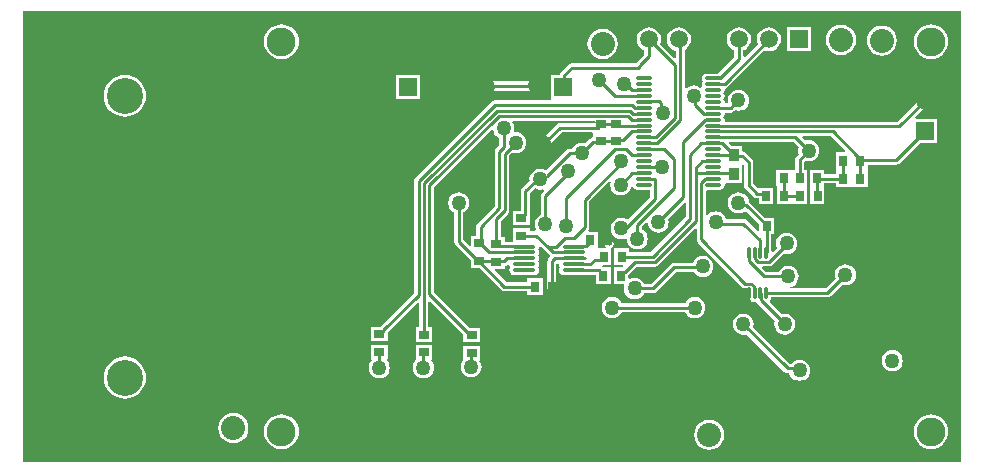
<source format=gbl>
G04*
G04 #@! TF.GenerationSoftware,Altium Limited,Altium Designer,20.1.7 (139)*
G04*
G04 Layer_Physical_Order=2*
G04 Layer_Color=16711680*
%FSLAX23Y23*%
%MOIN*%
G70*
G04*
G04 #@! TF.SameCoordinates,7C998F9C-D2B3-43E1-8EDA-AE96681A2DE1*
G04*
G04*
G04 #@! TF.FilePolarity,Positive*
G04*
G01*
G75*
%ADD15C,0.010*%
%ADD21R,0.035X0.031*%
%ADD22R,0.035X0.028*%
%ADD24R,0.031X0.035*%
%ADD26R,0.028X0.035*%
%ADD28R,0.037X0.039*%
%ADD59R,0.059X0.059*%
%ADD60C,0.059*%
%ADD61C,0.080*%
%ADD62R,0.059X0.059*%
%ADD63C,0.120*%
%ADD64C,0.050*%
%ADD65C,0.096*%
G04:AMPARAMS|DCode=66|XSize=12mil|YSize=39mil|CornerRadius=2mil|HoleSize=0mil|Usage=FLASHONLY|Rotation=0.000|XOffset=0mil|YOffset=0mil|HoleType=Round|Shape=RoundedRectangle|*
%AMROUNDEDRECTD66*
21,1,0.012,0.035,0,0,0.0*
21,1,0.008,0.039,0,0,0.0*
1,1,0.004,0.004,-0.018*
1,1,0.004,-0.004,-0.018*
1,1,0.004,-0.004,0.018*
1,1,0.004,0.004,0.018*
%
%ADD66ROUNDEDRECTD66*%
%ADD67R,0.156X0.156*%
%ADD68O,0.055X0.012*%
%ADD69O,0.079X0.012*%
G36*
X3125D02*
X0D01*
Y1501D01*
X3125D01*
Y0D01*
D02*
G37*
%LPC*%
G36*
X2625Y1448D02*
X2545D01*
Y1368D01*
X2625D01*
Y1448D01*
D02*
G37*
G36*
X2725Y1456D02*
X2712Y1455D01*
X2700Y1450D01*
X2689Y1442D01*
X2681Y1431D01*
X2676Y1419D01*
X2675Y1406D01*
X2676Y1393D01*
X2681Y1381D01*
X2689Y1370D01*
X2700Y1362D01*
X2712Y1357D01*
X2725Y1356D01*
X2738Y1357D01*
X2750Y1362D01*
X2761Y1370D01*
X2769Y1381D01*
X2774Y1393D01*
X2775Y1406D01*
X2774Y1419D01*
X2769Y1431D01*
X2761Y1442D01*
X2750Y1450D01*
X2738Y1455D01*
X2725Y1456D01*
D02*
G37*
G36*
X2861Y1454D02*
X2848Y1453D01*
X2836Y1448D01*
X2825Y1440D01*
X2817Y1429D01*
X2812Y1417D01*
X2811Y1404D01*
X2812Y1391D01*
X2817Y1379D01*
X2825Y1368D01*
X2836Y1360D01*
X2848Y1355D01*
X2861Y1354D01*
X2874Y1355D01*
X2886Y1360D01*
X2897Y1368D01*
X2905Y1379D01*
X2910Y1391D01*
X2911Y1404D01*
X2910Y1417D01*
X2905Y1429D01*
X2897Y1440D01*
X2886Y1448D01*
X2874Y1453D01*
X2861Y1454D01*
D02*
G37*
G36*
X2485Y1448D02*
X2475Y1447D01*
X2465Y1443D01*
X2457Y1436D01*
X2450Y1428D01*
X2446Y1418D01*
X2445Y1408D01*
X2446Y1398D01*
X2448Y1393D01*
X2405Y1350D01*
X2400Y1351D01*
Y1372D01*
X2405Y1373D01*
X2413Y1380D01*
X2420Y1388D01*
X2424Y1398D01*
X2425Y1408D01*
X2424Y1418D01*
X2420Y1428D01*
X2413Y1436D01*
X2405Y1443D01*
X2395Y1447D01*
X2385Y1448D01*
X2375Y1447D01*
X2365Y1443D01*
X2357Y1436D01*
X2350Y1428D01*
X2346Y1418D01*
X2345Y1408D01*
X2346Y1398D01*
X2350Y1388D01*
X2357Y1380D01*
X2365Y1373D01*
X2370Y1372D01*
Y1348D01*
X2316Y1294D01*
X2278D01*
X2271Y1293D01*
X2266Y1289D01*
X2263Y1284D01*
X2261Y1278D01*
X2263Y1272D01*
X2265Y1268D01*
X2263Y1264D01*
X2261Y1258D01*
X2263Y1252D01*
X2263Y1251D01*
X2263Y1251D01*
X2262Y1249D01*
X2256Y1247D01*
X2253Y1250D01*
X2244Y1253D01*
X2235Y1255D01*
X2226Y1253D01*
X2217Y1250D01*
X2210Y1244D01*
X2209Y1245D01*
X2205Y1246D01*
Y1374D01*
X2213Y1380D01*
X2220Y1388D01*
X2224Y1398D01*
X2225Y1408D01*
X2224Y1418D01*
X2220Y1428D01*
X2213Y1436D01*
X2205Y1443D01*
X2195Y1447D01*
X2185Y1448D01*
X2175Y1447D01*
X2165Y1443D01*
X2157Y1436D01*
X2150Y1428D01*
X2146Y1418D01*
X2145Y1408D01*
X2146Y1398D01*
X2150Y1388D01*
X2157Y1380D01*
X2165Y1373D01*
X2175Y1369D01*
X2175Y1369D01*
Y1346D01*
X2170Y1345D01*
X2122Y1393D01*
X2124Y1398D01*
X2125Y1408D01*
X2124Y1418D01*
X2120Y1428D01*
X2113Y1436D01*
X2105Y1443D01*
X2095Y1447D01*
X2085Y1448D01*
X2075Y1447D01*
X2065Y1443D01*
X2057Y1436D01*
X2050Y1428D01*
X2046Y1418D01*
X2045Y1408D01*
X2046Y1398D01*
X2050Y1388D01*
X2057Y1380D01*
X2065Y1373D01*
X2070Y1372D01*
Y1357D01*
X2045Y1333D01*
X2042Y1328D01*
X1827D01*
X1821Y1327D01*
X1816Y1324D01*
X1791Y1299D01*
X1788Y1294D01*
X1787Y1289D01*
X1759D01*
Y1210D01*
X1759D01*
X1757Y1206D01*
X1572D01*
X1566Y1204D01*
X1561Y1201D01*
X1306Y946D01*
X1303Y941D01*
X1302Y935D01*
Y563D01*
X1188Y449D01*
X1158D01*
Y402D01*
X1214D01*
Y432D01*
X1315Y533D01*
X1320Y531D01*
Y448D01*
X1307D01*
Y400D01*
X1363D01*
Y448D01*
X1350D01*
Y534D01*
X1355Y536D01*
X1466Y425D01*
Y399D01*
X1522D01*
Y446D01*
X1488D01*
X1368Y566D01*
Y914D01*
X1562Y1108D01*
X1566Y1106D01*
X1567Y1103D01*
X1570Y1094D01*
X1576Y1087D01*
X1583Y1081D01*
X1586Y1080D01*
Y1056D01*
X1575Y1045D01*
X1572Y1040D01*
X1571Y1034D01*
Y852D01*
X1513Y794D01*
X1510Y789D01*
X1509Y783D01*
Y751D01*
X1491D01*
Y720D01*
X1487Y719D01*
X1466Y739D01*
Y831D01*
X1469Y832D01*
X1476Y838D01*
X1482Y845D01*
X1485Y854D01*
X1486Y863D01*
X1485Y872D01*
X1482Y881D01*
X1476Y888D01*
X1469Y894D01*
X1460Y897D01*
X1451Y898D01*
X1442Y897D01*
X1433Y894D01*
X1426Y888D01*
X1420Y881D01*
X1417Y872D01*
X1416Y863D01*
X1417Y854D01*
X1420Y845D01*
X1426Y838D01*
X1433Y832D01*
X1436Y831D01*
Y733D01*
X1437Y727D01*
X1440Y722D01*
X1491Y671D01*
Y645D01*
X1521D01*
X1593Y573D01*
X1598Y570D01*
X1603Y569D01*
X1680D01*
Y556D01*
X1731D01*
Y612D01*
X1680D01*
Y599D01*
X1610D01*
X1571Y639D01*
X1572Y643D01*
X1604D01*
Y653D01*
X1609Y654D01*
X1614Y658D01*
X1615Y658D01*
X1620Y656D01*
X1621Y652D01*
X1623Y648D01*
X1621Y645D01*
X1620Y639D01*
X1621Y632D01*
X1624Y627D01*
X1630Y624D01*
X1636Y622D01*
X1703D01*
X1709Y624D01*
X1714Y627D01*
X1718Y632D01*
X1719Y639D01*
X1718Y645D01*
X1715Y648D01*
X1718Y652D01*
X1719Y658D01*
X1718Y665D01*
X1715Y668D01*
X1718Y672D01*
X1719Y678D01*
X1718Y684D01*
X1715Y688D01*
X1718Y691D01*
X1719Y698D01*
X1718Y704D01*
X1715Y708D01*
X1718Y711D01*
X1719Y716D01*
X1723Y718D01*
X1724Y718D01*
X1754Y688D01*
X1754Y682D01*
X1750Y679D01*
X1747Y674D01*
X1746Y668D01*
Y586D01*
X1745Y584D01*
X1746Y578D01*
X1750Y573D01*
X1755Y570D01*
X1761Y569D01*
X1766Y570D01*
X1771Y573D01*
X1772Y574D01*
X1775Y579D01*
X1776Y584D01*
Y658D01*
X1781Y662D01*
X1782Y662D01*
X1785Y659D01*
X1785Y658D01*
X1786Y652D01*
X1789Y648D01*
X1786Y645D01*
X1785Y639D01*
X1786Y632D01*
X1790Y627D01*
X1795Y624D01*
X1801Y622D01*
X1868D01*
X1873Y623D01*
X1910D01*
Y592D01*
X1957D01*
Y648D01*
X1932D01*
X1930Y650D01*
X1932Y655D01*
X1958D01*
Y707D01*
X1958Y711D01*
X1961Y715D01*
X1963Y715D01*
X1966Y720D01*
X1967Y726D01*
X1966Y732D01*
X1963Y737D01*
X1962Y738D01*
X1957Y741D01*
X1951Y742D01*
X1945Y741D01*
X1940Y738D01*
X1937Y733D01*
X1936Y727D01*
X1937Y721D01*
X1940Y716D01*
X1941Y716D01*
X1941Y715D01*
X1939Y711D01*
X1919D01*
X1914Y711D01*
X1914Y714D01*
Y714D01*
X1914Y714D01*
Y767D01*
X1885D01*
X1883Y772D01*
X1885Y775D01*
X1886Y781D01*
Y868D01*
X1952Y933D01*
X1957Y931D01*
X1956Y924D01*
X1957Y914D01*
X1960Y906D01*
X1966Y899D01*
X1973Y893D01*
X1982Y889D01*
X1991Y888D01*
X2000Y889D01*
X2009Y893D01*
X2016Y899D01*
X2022Y906D01*
X2025Y914D01*
X2025Y916D01*
X2030Y917D01*
X2030Y917D01*
X2034Y912D01*
X2039Y908D01*
X2045Y907D01*
X2089D01*
X2090Y906D01*
Y882D01*
X2014Y805D01*
X2010Y809D01*
X2001Y812D01*
X1992Y813D01*
X1983Y812D01*
X1974Y809D01*
X1967Y803D01*
X1961Y796D01*
X1958Y787D01*
X1957Y778D01*
X1958Y769D01*
X1961Y760D01*
X1967Y753D01*
X1974Y747D01*
X1983Y744D01*
X1992Y743D01*
X2001Y744D01*
X2006Y746D01*
X2010Y743D01*
X2011Y742D01*
X2012Y734D01*
X2015Y725D01*
X2021Y718D01*
X2028Y712D01*
X2037Y709D01*
X2046Y708D01*
X2055Y709D01*
X2064Y712D01*
X2071Y718D01*
X2077Y725D01*
X2080Y734D01*
X2081Y743D01*
X2080Y752D01*
X2077Y761D01*
X2071Y768D01*
X2064Y774D01*
X2061Y775D01*
Y784D01*
X2076Y798D01*
X2081Y796D01*
X2082Y790D01*
X2085Y781D01*
X2091Y774D01*
X2098Y768D01*
X2107Y765D01*
X2116Y764D01*
X2125Y765D01*
X2134Y768D01*
X2141Y774D01*
X2147Y781D01*
X2150Y790D01*
X2151Y799D01*
X2150Y808D01*
X2149Y810D01*
X2203Y864D01*
X2208Y863D01*
Y816D01*
X2090Y698D01*
X2017D01*
Y711D01*
X1970D01*
Y655D01*
X1998D01*
X2000Y651D01*
X1998Y648D01*
X1969D01*
Y592D01*
X2001D01*
X2003Y588D01*
X2003Y587D01*
X2002Y578D01*
X2003Y569D01*
X2006Y560D01*
X2012Y553D01*
X2019Y547D01*
X2028Y544D01*
X2037Y543D01*
X2046Y544D01*
X2055Y547D01*
X2062Y553D01*
X2068Y560D01*
X2069Y563D01*
X2100D01*
X2106Y564D01*
X2111Y567D01*
X2176Y633D01*
X2235D01*
X2240Y626D01*
X2247Y620D01*
X2256Y617D01*
X2265Y616D01*
X2274Y617D01*
X2283Y620D01*
X2290Y626D01*
X2296Y633D01*
X2299Y642D01*
X2300Y651D01*
X2299Y660D01*
X2296Y669D01*
X2290Y676D01*
X2283Y682D01*
X2274Y685D01*
X2265Y686D01*
X2256Y685D01*
X2247Y682D01*
X2240Y676D01*
X2234Y669D01*
X2232Y663D01*
X2170D01*
X2164Y662D01*
X2159Y659D01*
X2093Y593D01*
X2069D01*
X2068Y596D01*
X2062Y603D01*
X2055Y609D01*
X2046Y612D01*
X2037Y613D01*
X2028Y612D01*
X2021Y609D01*
X2016Y612D01*
Y622D01*
X2044Y650D01*
X2104D01*
X2110Y651D01*
X2115Y654D01*
X2239Y778D01*
X2244Y777D01*
Y741D01*
X2245Y735D01*
X2248Y730D01*
X2395Y583D01*
X2400Y580D01*
X2406Y579D01*
X2419D01*
X2420Y577D01*
X2420Y576D01*
Y564D01*
X2420Y564D01*
Y545D01*
X2421Y541D01*
X2424Y537D01*
X2428Y534D01*
X2433Y533D01*
X2441D01*
X2443Y534D01*
X2446Y529D01*
X2505Y470D01*
X2504Y468D01*
X2503Y459D01*
X2504Y450D01*
X2507Y441D01*
X2513Y434D01*
X2520Y428D01*
X2529Y425D01*
X2538Y424D01*
X2547Y425D01*
X2556Y428D01*
X2563Y434D01*
X2569Y441D01*
X2572Y450D01*
X2573Y459D01*
X2572Y468D01*
X2569Y477D01*
X2563Y484D01*
X2556Y490D01*
X2547Y493D01*
X2538Y494D01*
X2529Y493D01*
X2527Y492D01*
X2488Y530D01*
X2489Y537D01*
X2491Y541D01*
X2492Y545D01*
Y548D01*
X2680D01*
X2686Y549D01*
X2691Y552D01*
X2729Y590D01*
X2731Y589D01*
X2740Y588D01*
X2749Y589D01*
X2758Y592D01*
X2765Y598D01*
X2771Y605D01*
X2774Y614D01*
X2775Y623D01*
X2774Y632D01*
X2771Y641D01*
X2765Y648D01*
X2758Y654D01*
X2749Y657D01*
X2740Y658D01*
X2731Y657D01*
X2722Y654D01*
X2715Y648D01*
X2709Y641D01*
X2706Y632D01*
X2705Y623D01*
X2706Y614D01*
X2707Y612D01*
X2674Y578D01*
X2555D01*
X2555Y583D01*
X2558Y584D01*
X2567Y587D01*
X2574Y593D01*
X2580Y600D01*
X2583Y609D01*
X2584Y618D01*
X2583Y627D01*
X2580Y636D01*
X2574Y643D01*
X2567Y649D01*
X2558Y652D01*
X2549Y653D01*
X2540Y652D01*
X2531Y649D01*
X2524Y643D01*
X2518Y636D01*
X2517Y633D01*
X2476D01*
X2463Y646D01*
X2465Y651D01*
X2485D01*
X2491Y652D01*
X2496Y655D01*
X2535Y694D01*
X2535Y694D01*
X2544Y693D01*
X2553Y694D01*
X2562Y697D01*
X2569Y703D01*
X2575Y710D01*
X2578Y719D01*
X2579Y728D01*
X2578Y737D01*
X2575Y746D01*
X2569Y753D01*
X2562Y759D01*
X2553Y762D01*
X2544Y763D01*
X2535Y762D01*
X2526Y759D01*
X2519Y753D01*
X2513Y746D01*
X2510Y737D01*
X2509Y728D01*
X2510Y719D01*
X2512Y714D01*
X2497Y699D01*
X2492Y701D01*
Y715D01*
X2492Y716D01*
Y758D01*
X2503D01*
Y814D01*
X2473D01*
X2420Y866D01*
X2418Y868D01*
X2417Y872D01*
X2414Y881D01*
X2408Y888D01*
X2401Y894D01*
X2392Y897D01*
X2383Y898D01*
X2374Y897D01*
X2365Y894D01*
X2358Y888D01*
X2352Y881D01*
X2349Y872D01*
X2348Y863D01*
X2349Y854D01*
X2352Y845D01*
X2358Y838D01*
X2365Y832D01*
X2374Y829D01*
X2383Y828D01*
X2392Y829D01*
X2401Y832D01*
X2406Y837D01*
X2451Y792D01*
Y771D01*
X2447Y769D01*
X2411Y805D01*
X2406Y808D01*
X2400Y809D01*
X2341D01*
X2338Y818D01*
X2332Y825D01*
X2325Y831D01*
X2316Y834D01*
X2307Y835D01*
X2298Y834D01*
X2289Y831D01*
X2282Y825D01*
X2279Y821D01*
X2274Y823D01*
Y904D01*
X2278Y907D01*
X2321D01*
X2327Y908D01*
X2332Y912D01*
X2336Y917D01*
X2337Y923D01*
X2337Y926D01*
X2341Y930D01*
X2396D01*
Y990D01*
X2396D01*
Y991D01*
X2397Y991D01*
X2402Y988D01*
Y921D01*
X2403Y915D01*
X2406Y910D01*
X2434Y882D01*
X2439Y879D01*
X2445Y878D01*
X2453D01*
Y858D01*
X2500D01*
Y914D01*
X2453D01*
Y914D01*
X2448Y912D01*
X2432Y927D01*
Y998D01*
X2431Y1004D01*
X2428Y1009D01*
X2406Y1031D01*
X2401Y1034D01*
X2396Y1035D01*
Y1053D01*
X2359D01*
X2351Y1061D01*
X2353Y1065D01*
X2567D01*
X2584Y1048D01*
X2583Y1046D01*
X2582Y1037D01*
X2583Y1028D01*
X2584Y1025D01*
X2576Y1017D01*
X2573Y1012D01*
X2572Y1006D01*
Y976D01*
X2568Y973D01*
X2565D01*
X2561Y974D01*
X2559Y974D01*
X2509D01*
Y918D01*
X2511D01*
X2512Y914D01*
X2512D01*
Y858D01*
X2559D01*
Y858D01*
X2564Y858D01*
Y858D01*
X2611D01*
Y913D01*
X2611Y914D01*
X2611Y918D01*
Y973D01*
X2602D01*
Y1000D01*
X2606Y1004D01*
X2608Y1003D01*
X2617Y1002D01*
X2626Y1003D01*
X2635Y1006D01*
X2642Y1012D01*
X2648Y1019D01*
X2651Y1028D01*
X2652Y1037D01*
X2651Y1046D01*
X2648Y1055D01*
X2642Y1062D01*
X2635Y1068D01*
X2626Y1071D01*
X2617Y1072D01*
X2608Y1071D01*
X2606Y1070D01*
X2595Y1081D01*
X2597Y1085D01*
X2691D01*
X2740Y1036D01*
X2738Y1031D01*
X2708D01*
Y976D01*
X2708Y976D01*
X2708D01*
X2708Y971D01*
X2708D01*
Y959D01*
X2670D01*
Y973D01*
X2622D01*
Y918D01*
X2622Y917D01*
X2622Y917D01*
X2623Y914D01*
X2623D01*
Y858D01*
X2670D01*
Y913D01*
X2670Y914D01*
X2670Y914D01*
X2670Y917D01*
X2670D01*
Y928D01*
X2708D01*
Y916D01*
X2759D01*
Y916D01*
X2763D01*
Y916D01*
X2814D01*
Y971D01*
X2814D01*
X2814Y976D01*
X2814D01*
Y990D01*
X2907D01*
X2913Y991D01*
X2918Y994D01*
X2988Y1064D01*
X3046D01*
Y1144D01*
X2974D01*
X2972Y1148D01*
X3017Y1193D01*
X3020Y1198D01*
X3021Y1204D01*
X3020Y1210D01*
X3017Y1215D01*
X3012Y1218D01*
X3006Y1219D01*
X3000Y1218D01*
X2995Y1215D01*
X2914Y1133D01*
X2707D01*
X2704Y1134D01*
X2340D01*
X2337Y1138D01*
X2337Y1140D01*
X2336Y1146D01*
X2333Y1150D01*
X2336Y1153D01*
X2337Y1160D01*
X2337Y1160D01*
X2340Y1164D01*
X2357D01*
X2363Y1165D01*
X2368Y1168D01*
X2372Y1172D01*
X2374Y1171D01*
X2383Y1170D01*
X2392Y1171D01*
X2401Y1174D01*
X2408Y1180D01*
X2414Y1187D01*
X2417Y1196D01*
X2418Y1205D01*
X2417Y1214D01*
X2414Y1223D01*
X2408Y1230D01*
X2401Y1236D01*
X2392Y1239D01*
X2383Y1240D01*
X2374Y1239D01*
X2365Y1236D01*
X2358Y1230D01*
X2352Y1223D01*
X2349Y1214D01*
X2348Y1205D01*
X2348Y1200D01*
X2345Y1195D01*
X2340Y1195D01*
X2337Y1199D01*
X2336Y1205D01*
X2333Y1209D01*
X2336Y1212D01*
X2337Y1219D01*
X2336Y1225D01*
X2333Y1229D01*
X2336Y1232D01*
X2337Y1238D01*
X2337Y1240D01*
X2341Y1245D01*
X2343Y1246D01*
X2347Y1249D01*
X2470Y1371D01*
X2475Y1369D01*
X2485Y1368D01*
X2495Y1369D01*
X2505Y1373D01*
X2513Y1380D01*
X2520Y1388D01*
X2524Y1398D01*
X2525Y1408D01*
X2524Y1418D01*
X2520Y1428D01*
X2513Y1436D01*
X2505Y1443D01*
X2495Y1447D01*
X2485Y1448D01*
D02*
G37*
G36*
X1931Y1443D02*
X1918Y1442D01*
X1905Y1437D01*
X1895Y1429D01*
X1887Y1418D01*
X1882Y1406D01*
X1880Y1393D01*
X1882Y1380D01*
X1887Y1368D01*
X1895Y1357D01*
X1905Y1349D01*
X1918Y1344D01*
X1931Y1343D01*
X1944Y1344D01*
X1956Y1349D01*
X1966Y1357D01*
X1974Y1368D01*
X1979Y1380D01*
X1981Y1393D01*
X1979Y1406D01*
X1974Y1418D01*
X1966Y1429D01*
X1956Y1437D01*
X1944Y1442D01*
X1931Y1443D01*
D02*
G37*
G36*
X3025Y1458D02*
X3014Y1457D01*
X3003Y1454D01*
X2993Y1448D01*
X2984Y1441D01*
X2977Y1432D01*
X2971Y1422D01*
X2968Y1411D01*
X2967Y1400D01*
X2968Y1389D01*
X2971Y1378D01*
X2977Y1368D01*
X2984Y1359D01*
X2993Y1352D01*
X3003Y1346D01*
X3014Y1343D01*
X3025Y1342D01*
X3036Y1343D01*
X3047Y1346D01*
X3057Y1352D01*
X3066Y1359D01*
X3073Y1368D01*
X3079Y1378D01*
X3082Y1389D01*
X3083Y1400D01*
X3082Y1411D01*
X3079Y1422D01*
X3073Y1432D01*
X3066Y1441D01*
X3057Y1448D01*
X3047Y1454D01*
X3036Y1457D01*
X3025Y1458D01*
D02*
G37*
G36*
X860D02*
X849Y1457D01*
X838Y1454D01*
X828Y1448D01*
X819Y1441D01*
X812Y1432D01*
X806Y1422D01*
X803Y1411D01*
X802Y1400D01*
X803Y1389D01*
X806Y1378D01*
X812Y1368D01*
X819Y1359D01*
X828Y1352D01*
X838Y1346D01*
X849Y1343D01*
X860Y1342D01*
X871Y1343D01*
X882Y1346D01*
X892Y1352D01*
X901Y1359D01*
X908Y1368D01*
X914Y1378D01*
X917Y1389D01*
X918Y1400D01*
X917Y1411D01*
X914Y1422D01*
X908Y1432D01*
X901Y1441D01*
X892Y1448D01*
X882Y1454D01*
X871Y1457D01*
X860Y1458D01*
D02*
G37*
G36*
X1706Y1270D02*
X1700Y1269D01*
X1698Y1268D01*
X1545D01*
X1539Y1266D01*
X1534Y1263D01*
X1531Y1260D01*
X1528Y1255D01*
X1527Y1249D01*
X1528Y1244D01*
X1531Y1239D01*
X1536Y1235D01*
X1542Y1234D01*
X1548Y1235D01*
X1550Y1237D01*
X1703D01*
X1709Y1238D01*
X1714Y1241D01*
X1717Y1244D01*
X1720Y1249D01*
X1721Y1255D01*
X1720Y1261D01*
X1717Y1266D01*
X1712Y1269D01*
X1706Y1270D01*
D02*
G37*
G36*
X1322Y1289D02*
X1243D01*
Y1210D01*
X1322D01*
Y1289D01*
D02*
G37*
G36*
X338Y1290D02*
X324Y1288D01*
X311Y1284D01*
X299Y1278D01*
X288Y1269D01*
X280Y1259D01*
X273Y1246D01*
X269Y1233D01*
X268Y1219D01*
X269Y1206D01*
X273Y1193D01*
X280Y1180D01*
X288Y1170D01*
X299Y1161D01*
X311Y1155D01*
X324Y1151D01*
X338Y1149D01*
X352Y1151D01*
X365Y1155D01*
X377Y1161D01*
X388Y1170D01*
X396Y1180D01*
X403Y1193D01*
X407Y1206D01*
X408Y1219D01*
X407Y1233D01*
X403Y1246D01*
X396Y1259D01*
X388Y1269D01*
X377Y1278D01*
X365Y1284D01*
X352Y1288D01*
X338Y1290D01*
D02*
G37*
G36*
X2238Y549D02*
X2229Y548D01*
X2220Y545D01*
X2213Y539D01*
X2207Y532D01*
X2206Y529D01*
X1994D01*
X1993Y532D01*
X1987Y539D01*
X1980Y545D01*
X1971Y548D01*
X1962Y549D01*
X1953Y548D01*
X1944Y545D01*
X1937Y539D01*
X1931Y532D01*
X1928Y523D01*
X1927Y514D01*
X1928Y505D01*
X1931Y496D01*
X1937Y489D01*
X1944Y483D01*
X1953Y480D01*
X1962Y479D01*
X1971Y480D01*
X1980Y483D01*
X1987Y489D01*
X1993Y496D01*
X1994Y499D01*
X2206D01*
X2207Y496D01*
X2213Y489D01*
X2220Y483D01*
X2229Y480D01*
X2238Y479D01*
X2247Y480D01*
X2255Y483D01*
X2263Y489D01*
X2268Y496D01*
X2272Y505D01*
X2273Y514D01*
X2272Y523D01*
X2268Y532D01*
X2263Y539D01*
X2255Y545D01*
X2247Y548D01*
X2238Y549D01*
D02*
G37*
G36*
X2896Y372D02*
X2887Y371D01*
X2878Y368D01*
X2871Y362D01*
X2865Y355D01*
X2862Y346D01*
X2861Y337D01*
X2862Y328D01*
X2865Y319D01*
X2871Y312D01*
X2878Y306D01*
X2887Y303D01*
X2896Y302D01*
X2905Y303D01*
X2914Y306D01*
X2921Y312D01*
X2927Y319D01*
X2930Y328D01*
X2931Y337D01*
X2930Y346D01*
X2927Y355D01*
X2921Y362D01*
X2914Y368D01*
X2905Y371D01*
X2896Y372D01*
D02*
G37*
G36*
X1522Y387D02*
X1466D01*
Y340D01*
X1461Y334D01*
X1458Y325D01*
X1457Y316D01*
X1458Y307D01*
X1461Y298D01*
X1467Y291D01*
X1474Y285D01*
X1483Y282D01*
X1492Y281D01*
X1501Y282D01*
X1510Y285D01*
X1517Y291D01*
X1523Y298D01*
X1526Y307D01*
X1527Y316D01*
X1526Y325D01*
X1523Y334D01*
X1520Y337D01*
X1522Y340D01*
X1522D01*
Y387D01*
D02*
G37*
G36*
X1363Y389D02*
X1307D01*
Y341D01*
X1307Y341D01*
X1306Y337D01*
X1302Y332D01*
X1299Y323D01*
X1298Y314D01*
X1299Y305D01*
X1302Y296D01*
X1308Y289D01*
X1315Y283D01*
X1324Y280D01*
X1333Y279D01*
X1342Y280D01*
X1351Y283D01*
X1358Y289D01*
X1364Y296D01*
X1367Y305D01*
X1368Y314D01*
X1367Y323D01*
X1364Y332D01*
X1360Y336D01*
X1363Y341D01*
X1363D01*
Y389D01*
D02*
G37*
G36*
X1214Y390D02*
X1158D01*
Y343D01*
X1159D01*
X1161Y339D01*
X1161Y338D01*
X1155Y331D01*
X1152Y322D01*
X1151Y313D01*
X1152Y304D01*
X1155Y295D01*
X1161Y288D01*
X1168Y282D01*
X1177Y279D01*
X1186Y278D01*
X1195Y279D01*
X1204Y282D01*
X1211Y288D01*
X1217Y295D01*
X1220Y304D01*
X1221Y313D01*
X1220Y322D01*
X1217Y331D01*
X1211Y338D01*
X1211Y339D01*
X1213Y343D01*
X1214D01*
Y390D01*
D02*
G37*
G36*
X2399Y494D02*
X2390Y493D01*
X2381Y490D01*
X2374Y484D01*
X2368Y477D01*
X2365Y468D01*
X2364Y459D01*
X2365Y450D01*
X2368Y441D01*
X2374Y434D01*
X2381Y428D01*
X2390Y425D01*
X2399Y424D01*
X2408Y425D01*
X2410Y426D01*
X2536Y300D01*
X2541Y297D01*
X2547Y296D01*
X2553D01*
X2556Y287D01*
X2562Y280D01*
X2569Y274D01*
X2578Y271D01*
X2587Y270D01*
X2596Y271D01*
X2605Y274D01*
X2612Y280D01*
X2618Y287D01*
X2621Y296D01*
X2622Y305D01*
X2621Y314D01*
X2618Y323D01*
X2612Y330D01*
X2605Y336D01*
X2596Y339D01*
X2587Y340D01*
X2578Y339D01*
X2569Y336D01*
X2562Y330D01*
X2559Y326D01*
X2553D01*
X2432Y448D01*
X2433Y450D01*
X2434Y459D01*
X2433Y468D01*
X2430Y477D01*
X2424Y484D01*
X2417Y490D01*
X2408Y493D01*
X2399Y494D01*
D02*
G37*
G36*
X338Y351D02*
X324Y349D01*
X311Y345D01*
X299Y339D01*
X288Y330D01*
X280Y320D01*
X273Y307D01*
X269Y294D01*
X268Y280D01*
X269Y267D01*
X273Y254D01*
X280Y241D01*
X288Y231D01*
X299Y222D01*
X311Y216D01*
X324Y212D01*
X338Y210D01*
X352Y212D01*
X365Y216D01*
X377Y222D01*
X388Y231D01*
X396Y241D01*
X403Y254D01*
X407Y267D01*
X408Y280D01*
X407Y294D01*
X403Y307D01*
X396Y320D01*
X388Y330D01*
X377Y339D01*
X365Y345D01*
X352Y349D01*
X338Y351D01*
D02*
G37*
G36*
X700Y162D02*
X687Y161D01*
X675Y156D01*
X664Y148D01*
X656Y137D01*
X651Y125D01*
X650Y112D01*
X651Y99D01*
X656Y87D01*
X664Y76D01*
X675Y68D01*
X687Y63D01*
X700Y62D01*
X713Y63D01*
X725Y68D01*
X736Y76D01*
X744Y87D01*
X749Y99D01*
X750Y112D01*
X749Y125D01*
X744Y137D01*
X736Y148D01*
X725Y156D01*
X713Y161D01*
X700Y162D01*
D02*
G37*
G36*
X3025Y158D02*
X3014Y157D01*
X3003Y154D01*
X2993Y148D01*
X2984Y141D01*
X2977Y132D01*
X2971Y122D01*
X2968Y111D01*
X2967Y100D01*
X2968Y89D01*
X2971Y78D01*
X2977Y68D01*
X2984Y59D01*
X2993Y52D01*
X3003Y46D01*
X3014Y43D01*
X3025Y42D01*
X3036Y43D01*
X3047Y46D01*
X3057Y52D01*
X3066Y59D01*
X3073Y68D01*
X3079Y78D01*
X3082Y89D01*
X3083Y100D01*
X3082Y111D01*
X3079Y122D01*
X3073Y132D01*
X3066Y141D01*
X3057Y148D01*
X3047Y154D01*
X3036Y157D01*
X3025Y158D01*
D02*
G37*
G36*
X860D02*
X849Y157D01*
X838Y154D01*
X828Y148D01*
X819Y141D01*
X812Y132D01*
X806Y122D01*
X803Y111D01*
X802Y100D01*
X803Y89D01*
X806Y78D01*
X812Y68D01*
X819Y59D01*
X828Y52D01*
X838Y46D01*
X849Y43D01*
X860Y42D01*
X871Y43D01*
X882Y46D01*
X892Y52D01*
X901Y59D01*
X908Y68D01*
X914Y78D01*
X917Y89D01*
X918Y100D01*
X917Y111D01*
X914Y122D01*
X908Y132D01*
X901Y141D01*
X892Y148D01*
X882Y154D01*
X871Y157D01*
X860Y158D01*
D02*
G37*
G36*
X2286Y140D02*
X2273Y139D01*
X2261Y134D01*
X2250Y126D01*
X2242Y115D01*
X2237Y103D01*
X2236Y90D01*
X2237Y77D01*
X2242Y65D01*
X2250Y54D01*
X2261Y46D01*
X2273Y41D01*
X2286Y40D01*
X2299Y41D01*
X2311Y46D01*
X2322Y54D01*
X2330Y65D01*
X2335Y77D01*
X2336Y90D01*
X2335Y103D01*
X2330Y115D01*
X2322Y126D01*
X2311Y134D01*
X2299Y139D01*
X2286Y140D01*
D02*
G37*
%LPD*%
G36*
X1908Y1132D02*
X1906Y1130D01*
X1788D01*
X1783Y1128D01*
X1778Y1125D01*
X1724Y1072D01*
X1721Y1067D01*
X1720Y1061D01*
X1721Y1055D01*
X1724Y1050D01*
X1729Y1047D01*
X1735Y1046D01*
X1741Y1047D01*
X1746Y1050D01*
X1795Y1099D01*
X1894D01*
X1897Y1096D01*
Y1081D01*
X1892Y1080D01*
X1887Y1077D01*
X1872Y1062D01*
X1870Y1063D01*
X1861Y1064D01*
X1852Y1063D01*
X1843Y1060D01*
X1836Y1054D01*
X1830Y1047D01*
X1829Y1044D01*
X1821D01*
X1815Y1043D01*
X1810Y1040D01*
X1741Y971D01*
X1739Y972D01*
X1731Y976D01*
X1722Y977D01*
X1713Y976D01*
X1704Y972D01*
X1697Y967D01*
X1691Y959D01*
X1688Y951D01*
X1686Y942D01*
X1687Y937D01*
X1662Y912D01*
X1659Y907D01*
X1657Y901D01*
Y837D01*
X1632D01*
Y790D01*
X1688D01*
Y821D01*
X1688Y822D01*
Y894D01*
X1705Y911D01*
X1713Y908D01*
X1722Y906D01*
X1731Y908D01*
X1733Y908D01*
X1736Y904D01*
X1728Y897D01*
X1725Y892D01*
X1724Y886D01*
Y823D01*
X1721Y822D01*
X1714Y816D01*
X1708Y809D01*
X1705Y800D01*
X1704Y791D01*
X1705Y782D01*
X1708Y775D01*
X1706Y771D01*
X1705Y770D01*
X1688D01*
Y778D01*
X1632D01*
Y733D01*
X1604D01*
Y750D01*
X1591D01*
Y804D01*
X1615Y827D01*
X1618Y832D01*
X1619Y838D01*
Y1021D01*
X1630Y1031D01*
X1632Y1030D01*
X1641Y1029D01*
X1650Y1030D01*
X1659Y1033D01*
X1666Y1039D01*
X1672Y1046D01*
X1675Y1055D01*
X1676Y1064D01*
X1675Y1073D01*
X1672Y1082D01*
X1666Y1089D01*
X1659Y1095D01*
X1650Y1098D01*
X1641Y1099D01*
X1638Y1099D01*
X1635Y1104D01*
X1636Y1112D01*
X1635Y1121D01*
X1632Y1130D01*
X1630Y1132D01*
X1632Y1137D01*
X1905D01*
X1908Y1132D01*
D02*
G37*
D15*
X2027Y1239D02*
X2067D01*
X2007Y1259D02*
X2027Y1239D01*
X2001Y1259D02*
X2007D01*
X2241Y963D02*
Y980D01*
X2263Y1002D01*
X2299D01*
X2299Y1002D01*
X2104Y665D02*
X2241Y802D01*
Y963D01*
X2299D01*
X2307Y798D02*
Y800D01*
X2544Y725D02*
Y728D01*
X2309Y794D02*
X2400D01*
X2306Y797D02*
X2309Y794D01*
X2306Y797D02*
X2307Y798D01*
X2485Y666D02*
X2544Y725D01*
X2447Y666D02*
X2485D01*
X2127Y983D02*
X2127Y982D01*
X2168Y912D02*
Y1008D01*
X2299Y1278D02*
X2321D01*
X2385Y1342D01*
Y1408D01*
X2050Y1313D02*
X2056Y1319D01*
X1827Y1313D02*
X2050D01*
X1802Y1288D02*
X1827Y1313D01*
X2056Y1319D02*
Y1322D01*
X2085Y1351D01*
Y1408D01*
X2172Y1145D02*
Y1321D01*
X2085Y1408D02*
X2172Y1321D01*
X2185Y1408D02*
X2190Y1403D01*
Y1138D02*
Y1403D01*
X2299Y1258D02*
X2300Y1258D01*
X2337Y1260D02*
X2485Y1408D01*
X2298Y1260D02*
X2337D01*
X2298D02*
X2299Y1258D01*
X2113Y1061D02*
X2190Y1138D01*
X2067Y1061D02*
X2113D01*
X2108Y1081D02*
X2172Y1145D01*
X2067Y1081D02*
X2108D01*
X2067Y1081D02*
X2067Y1081D01*
X1802Y1253D02*
Y1288D01*
X1798Y1249D02*
X1802Y1253D01*
X2920Y1118D02*
X3006Y1204D01*
X2705Y1118D02*
X2920D01*
X2704Y1119D02*
X2705Y1118D01*
X2299Y1120D02*
X2321D01*
X2323Y1119D01*
X2704D01*
X2790Y1003D02*
X2792Y1005D01*
X2907D02*
X2981Y1079D01*
X2792Y1005D02*
X2907D01*
X2981Y1079D02*
X3006Y1104D01*
X2981Y1079D02*
X2981D01*
X1962Y514D02*
X2238D01*
X2455Y698D02*
Y739D01*
X2400Y794D02*
X2455Y739D01*
X2383Y863D02*
X2391Y855D01*
X2410D01*
X2477Y788D01*
X1519Y668D02*
X1603D01*
X2223Y809D02*
Y1024D01*
X2198Y881D02*
Y1065D01*
X2116Y799D02*
X2198Y881D01*
X2046Y790D02*
X2168Y912D01*
X2273Y943D02*
X2299D01*
X2259Y929D02*
X2273Y943D01*
X2259Y741D02*
Y929D01*
X2097Y683D02*
X2223Y809D01*
X1994Y683D02*
X2097D01*
X2223Y1024D02*
X2260Y1061D01*
X2299D01*
X2038Y665D02*
X2104D01*
X2005Y633D02*
X2038Y665D01*
X2001Y633D02*
X2005D01*
X2259Y741D02*
X2406Y594D01*
X2426D01*
X2434Y586D01*
X2438Y676D02*
X2447Y666D01*
X2477Y786D02*
Y788D01*
X2418Y670D02*
X2470Y618D01*
X2549D01*
X2476Y563D02*
X2680D01*
X2740Y623D01*
X2457Y540D02*
X2538Y459D01*
X2399D02*
X2547Y311D01*
X2581D02*
X2587Y305D01*
X2547Y311D02*
X2581D01*
X2456Y563D02*
X2457Y562D01*
Y540D02*
Y562D01*
X2417Y697D02*
X2418Y696D01*
Y670D02*
Y696D01*
X2438Y676D02*
Y682D01*
X2437Y683D02*
X2438Y682D01*
X2437Y683D02*
Y697D01*
X2455Y698D02*
X2456Y697D01*
X2436Y564D02*
X2437Y563D01*
X2436Y564D02*
Y581D01*
X2434Y583D02*
X2436Y581D01*
X2434Y583D02*
Y586D01*
X2476Y697D02*
X2477Y698D01*
Y783D01*
X2299Y943D02*
X2299Y943D01*
X2170Y648D02*
X2274D01*
X2100Y578D02*
X2170Y648D01*
X2106Y875D02*
Y942D01*
X1999Y769D02*
X2106Y875D01*
X1992Y776D02*
X1999Y769D01*
X1992Y776D02*
Y778D01*
X2134Y1042D02*
X2168Y1008D01*
X2067Y1042D02*
X2134D01*
X2046Y754D02*
Y790D01*
X2036Y744D02*
X2046Y754D01*
X2037Y578D02*
X2100D01*
X2198Y1065D02*
X2273Y1140D01*
X2299D02*
X2299Y1140D01*
X2273Y1140D02*
X2299D01*
X1993Y624D02*
X2001Y633D01*
X1993Y620D02*
Y624D01*
X2299Y963D02*
X2299Y963D01*
X2364D01*
X2417Y921D02*
Y998D01*
X2367Y1023D02*
X2370Y1020D01*
X2395D01*
X2417Y998D01*
X2300Y1081D02*
X2573D01*
X2617Y1037D01*
X2607D02*
X2617D01*
X2587Y945D02*
Y1006D01*
X2609Y1029D02*
Y1034D01*
X2587Y1006D02*
X2609Y1029D01*
X2299Y1101D02*
X2697D01*
X2782Y1016D01*
X2782D01*
X2790Y1007D01*
Y1003D02*
Y1007D01*
X2126Y1168D02*
Y1196D01*
X2067Y1199D02*
X2089D01*
X2092Y1202D01*
X2120D01*
X2126Y1196D01*
X1914Y1114D02*
X1925Y1126D01*
X1735Y1061D02*
X1788Y1114D01*
X1914D01*
X1542Y1249D02*
X1545Y1252D01*
X1703D01*
X1706Y1255D01*
X1925Y1126D02*
X1975D01*
X1577Y1170D02*
X2022D01*
X1585Y1152D02*
X2015D01*
X1572Y1190D02*
X2028D01*
X1353Y921D02*
X1585Y1152D01*
X1335Y928D02*
X1577Y1170D01*
X1317Y935D02*
X1572Y1190D01*
X2790Y945D02*
Y999D01*
X1979Y1120D02*
X2067D01*
X1997Y1071D02*
X2027Y1101D01*
X2067D01*
X1975Y1070D02*
X1976Y1071D01*
X1974Y1069D02*
X1975Y1070D01*
X1714Y942D02*
X1722D01*
X2357Y1179D02*
X2383Y1205D01*
X2299Y1179D02*
X2357D01*
X2268Y1160D02*
X2299D01*
X2240Y1188D02*
Y1214D01*
Y1188D02*
X2268Y1160D01*
X2235Y1219D02*
X2240Y1214D01*
X2299Y1160D02*
X2299Y1160D01*
X1921Y1066D02*
X1925Y1070D01*
X1861Y1029D02*
X1898Y1066D01*
X1921D01*
X1925Y1070D02*
X1926Y1069D01*
X1974D01*
X1821Y1029D02*
X1861D01*
X1746Y954D02*
X1821Y1029D01*
X1816Y963D02*
Y968D01*
X1739Y886D02*
X1816Y963D01*
X2126Y1168D02*
X2132Y1162D01*
X2030Y1022D02*
X2067D01*
X1972Y1043D02*
X2009D01*
X1807Y879D02*
X1972Y1043D01*
X2030Y962D02*
X2067D01*
X2009Y1043D02*
X2030Y1022D01*
X1992Y995D02*
Y1003D01*
X2067Y962D02*
X2067Y963D01*
X1991Y924D02*
X2030Y962D01*
X1515Y668D02*
X1519D01*
X1451Y733D02*
X1515Y668D01*
X1451Y733D02*
Y863D01*
X2067Y1022D02*
X2067Y1022D01*
X2067Y983D02*
X2127D01*
X2104Y943D02*
X2106Y942D01*
X2067Y943D02*
X2104D01*
X1807Y785D02*
Y879D01*
X1673Y901D02*
X1714Y942D01*
X1673Y822D02*
Y901D01*
X1668Y818D02*
X1673Y822D01*
X1739Y791D02*
Y886D01*
X1524Y783D02*
X1586Y845D01*
X1523Y728D02*
X1524Y729D01*
Y783D01*
X1576Y726D02*
Y810D01*
X1604Y838D01*
Y1027D01*
X1586Y845D02*
Y1034D01*
X1574Y724D02*
X1580Y718D01*
X1519Y728D02*
X1523D01*
X1604Y1027D02*
X1641Y1064D01*
X1601Y1049D02*
Y1112D01*
X1586Y1034D02*
X1601Y1049D01*
X1519Y668D02*
X1603Y584D01*
X1613Y678D02*
X1669D01*
X1603Y668D02*
X1613Y678D01*
X1553Y698D02*
X1669D01*
X1523Y728D02*
X1553Y698D01*
X1669Y718D02*
X1669Y717D01*
X1580Y718D02*
X1669D01*
X1709Y754D02*
X1747Y716D01*
X1871Y781D02*
Y874D01*
X1992Y995D01*
X1747Y716D02*
X1776D01*
X1805Y745D01*
X1835D01*
X1871Y781D01*
X1835Y717D02*
X1835Y718D01*
X1875D01*
X1882Y724D02*
Y730D01*
X1875Y718D02*
X1882Y724D01*
Y730D02*
X1890Y739D01*
X1951Y727D02*
X1952Y726D01*
X1660Y754D02*
X1709D01*
X2067Y982D02*
X2067Y983D01*
X2028Y1190D02*
X2038Y1180D01*
X2022Y1170D02*
X2032Y1160D01*
X2015Y1152D02*
X2027Y1140D01*
X1353Y560D02*
Y921D01*
X1335Y424D02*
Y928D01*
X1317Y557D02*
Y935D01*
X1747Y716D02*
X1766Y698D01*
X1971Y1219D02*
X2067D01*
X1919Y1271D02*
X1971Y1219D01*
X2067Y1239D02*
X2067Y1238D01*
X1199Y438D02*
X1317Y557D01*
X1353Y560D02*
X1490Y423D01*
X1186Y426D02*
X1190D01*
X1199Y434D01*
Y438D01*
X1490Y423D02*
X1494D01*
X2038Y1180D02*
X2067D01*
X2067Y1179D01*
X2032Y1160D02*
X2067D01*
X2067Y1160D01*
X2027Y1140D02*
X2067D01*
X1976Y1071D02*
X1997D01*
X2299Y1081D02*
X2300Y1081D01*
X1603Y584D02*
X1705D01*
X1761D02*
X1761Y584D01*
Y668D01*
X1771Y678D01*
X1835D01*
X1835Y678D01*
X1873D01*
X1835Y658D02*
X1890D01*
X1904Y672D01*
X1766Y698D02*
X1835D01*
X1904Y672D02*
X1924D01*
X1492Y361D02*
X1494Y363D01*
X1492Y316D02*
Y361D01*
X1333Y363D02*
X1335Y365D01*
X1333Y314D02*
Y363D01*
X1186Y366D02*
X1186Y366D01*
X1186Y313D02*
Y366D01*
X1835Y639D02*
X1919D01*
X1933Y624D01*
Y620D02*
Y624D01*
X2788Y943D02*
X2790Y945D01*
X2299Y1061D02*
X2300Y1061D01*
X2329D01*
X2352Y1038D01*
X2353D01*
X2367Y1024D01*
Y1023D02*
Y1024D01*
X2299Y1022D02*
X2366D01*
X2367Y1023D01*
X2364Y963D02*
X2367Y960D01*
X2417Y921D02*
X2445Y893D01*
X2469D01*
X2476Y886D01*
X2535Y946D02*
X2536Y945D01*
Y886D02*
Y945D01*
Y886D02*
X2587D01*
X2587Y886D01*
X2646Y945D02*
X2648Y943D01*
X2646Y945D02*
X2646Y945D01*
Y886D02*
Y945D01*
Y886D02*
X2647Y886D01*
X2648Y943D02*
X2733D01*
X2731Y945D02*
Y1003D01*
Y945D02*
X2733Y943D01*
D21*
X1975Y1070D02*
D03*
Y1126D02*
D03*
X1925Y1070D02*
D03*
Y1125D02*
D03*
D22*
X1660Y754D02*
D03*
Y814D02*
D03*
X1519Y728D02*
D03*
Y668D02*
D03*
X1576Y726D02*
D03*
Y667D02*
D03*
X1494Y363D02*
D03*
Y423D02*
D03*
X1335Y365D02*
D03*
Y424D02*
D03*
X1186Y366D02*
D03*
Y426D02*
D03*
D24*
X2532Y786D02*
D03*
X2477D02*
D03*
X1705Y584D02*
D03*
X1761D02*
D03*
X2480Y946D02*
D03*
X2535D02*
D03*
X2788Y943D02*
D03*
X2733D02*
D03*
D26*
X2536Y886D02*
D03*
X2476D02*
D03*
X1994Y683D02*
D03*
X1934D02*
D03*
X1993Y620D02*
D03*
X1933D02*
D03*
X1950Y739D02*
D03*
X1890D02*
D03*
X2587Y886D02*
D03*
X2647D02*
D03*
X2587Y945D02*
D03*
X2646D02*
D03*
X2790Y1003D02*
D03*
X2731D02*
D03*
D28*
X2367Y960D02*
D03*
Y1023D02*
D03*
D59*
X2585Y1408D02*
D03*
X1798Y1249D02*
D03*
X1283D02*
D03*
D60*
X2485Y1408D02*
D03*
X2385D02*
D03*
X2285D02*
D03*
X2185D02*
D03*
X2085D02*
D03*
X3006Y1204D02*
D03*
X1542Y1249D02*
D03*
Y1427D02*
D03*
X1798D02*
D03*
X1027Y1249D02*
D03*
Y1427D02*
D03*
X1283D02*
D03*
D61*
X2861Y1404D02*
D03*
X2725Y1406D02*
D03*
X1931Y1393D02*
D03*
X2286Y90D02*
D03*
X700Y112D02*
D03*
D62*
X3006Y1104D02*
D03*
D63*
X338Y1219D02*
D03*
Y280D02*
D03*
D64*
X2307Y800D02*
D03*
X2544Y728D02*
D03*
X2127Y982D02*
D03*
X2238Y514D02*
D03*
X1962D02*
D03*
X2116Y799D02*
D03*
X2383Y863D02*
D03*
X2399Y459D02*
D03*
X2046Y743D02*
D03*
X2265Y651D02*
D03*
X2549Y618D02*
D03*
X2740Y623D02*
D03*
X2538Y459D02*
D03*
X2728Y456D02*
D03*
X2587Y305D02*
D03*
X1706Y1255D02*
D03*
X1735Y1061D02*
D03*
X2037Y578D02*
D03*
X1992Y778D02*
D03*
X2222Y593D02*
D03*
X347Y604D02*
D03*
X353Y888D02*
D03*
X2617Y1037D02*
D03*
X2383Y1205D02*
D03*
X2235Y1219D02*
D03*
X1816Y968D02*
D03*
X1861Y1029D02*
D03*
X1992Y1003D02*
D03*
X1991Y924D02*
D03*
X1451Y863D02*
D03*
X2132Y1162D02*
D03*
X1722Y942D02*
D03*
X1641Y1064D02*
D03*
X1739Y791D02*
D03*
X1807Y785D02*
D03*
X1601Y1112D02*
D03*
X1919Y1271D02*
D03*
X2001Y1259D02*
D03*
X1338Y36D02*
D03*
X1186Y313D02*
D03*
X1333Y314D02*
D03*
X1492Y316D02*
D03*
X2896Y337D02*
D03*
X624Y965D02*
D03*
D65*
X3025Y1400D02*
D03*
X860D02*
D03*
Y100D02*
D03*
X3025D02*
D03*
D66*
X2417Y697D02*
D03*
X2437D02*
D03*
X2456D02*
D03*
X2476D02*
D03*
X2417Y563D02*
D03*
X2437D02*
D03*
X2456D02*
D03*
X2476D02*
D03*
D67*
X338Y750D02*
D03*
D68*
X2067Y923D02*
D03*
Y943D02*
D03*
Y963D02*
D03*
Y982D02*
D03*
Y1002D02*
D03*
Y1022D02*
D03*
Y1042D02*
D03*
Y1061D02*
D03*
Y1081D02*
D03*
Y1101D02*
D03*
Y1120D02*
D03*
Y1140D02*
D03*
Y1160D02*
D03*
Y1179D02*
D03*
Y1199D02*
D03*
Y1219D02*
D03*
Y1238D02*
D03*
Y1258D02*
D03*
Y1278D02*
D03*
X2299D02*
D03*
Y1258D02*
D03*
Y1238D02*
D03*
Y1219D02*
D03*
Y1199D02*
D03*
Y1179D02*
D03*
Y1160D02*
D03*
Y1140D02*
D03*
Y1120D02*
D03*
Y1101D02*
D03*
Y1081D02*
D03*
Y1061D02*
D03*
Y1042D02*
D03*
Y1022D02*
D03*
Y1002D02*
D03*
Y982D02*
D03*
Y963D02*
D03*
Y943D02*
D03*
Y923D02*
D03*
D69*
X1669Y639D02*
D03*
Y658D02*
D03*
Y678D02*
D03*
Y698D02*
D03*
Y717D02*
D03*
X1835Y639D02*
D03*
Y658D02*
D03*
Y678D02*
D03*
Y698D02*
D03*
Y717D02*
D03*
M02*

</source>
